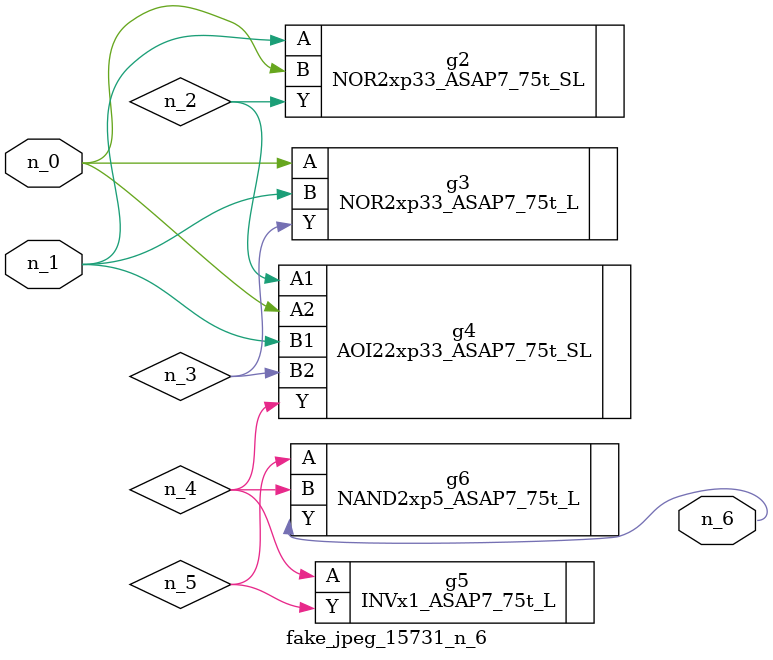
<source format=v>
module fake_jpeg_15731_n_6 (n_0, n_1, n_6);

input n_0;
input n_1;

output n_6;

wire n_3;
wire n_2;
wire n_4;
wire n_5;

NOR2xp33_ASAP7_75t_SL g2 ( 
.A(n_1),
.B(n_0),
.Y(n_2)
);

NOR2xp33_ASAP7_75t_L g3 ( 
.A(n_0),
.B(n_1),
.Y(n_3)
);

AOI22xp33_ASAP7_75t_SL g4 ( 
.A1(n_2),
.A2(n_0),
.B1(n_1),
.B2(n_3),
.Y(n_4)
);

INVx1_ASAP7_75t_L g5 ( 
.A(n_4),
.Y(n_5)
);

NAND2xp5_ASAP7_75t_L g6 ( 
.A(n_5),
.B(n_4),
.Y(n_6)
);


endmodule
</source>
